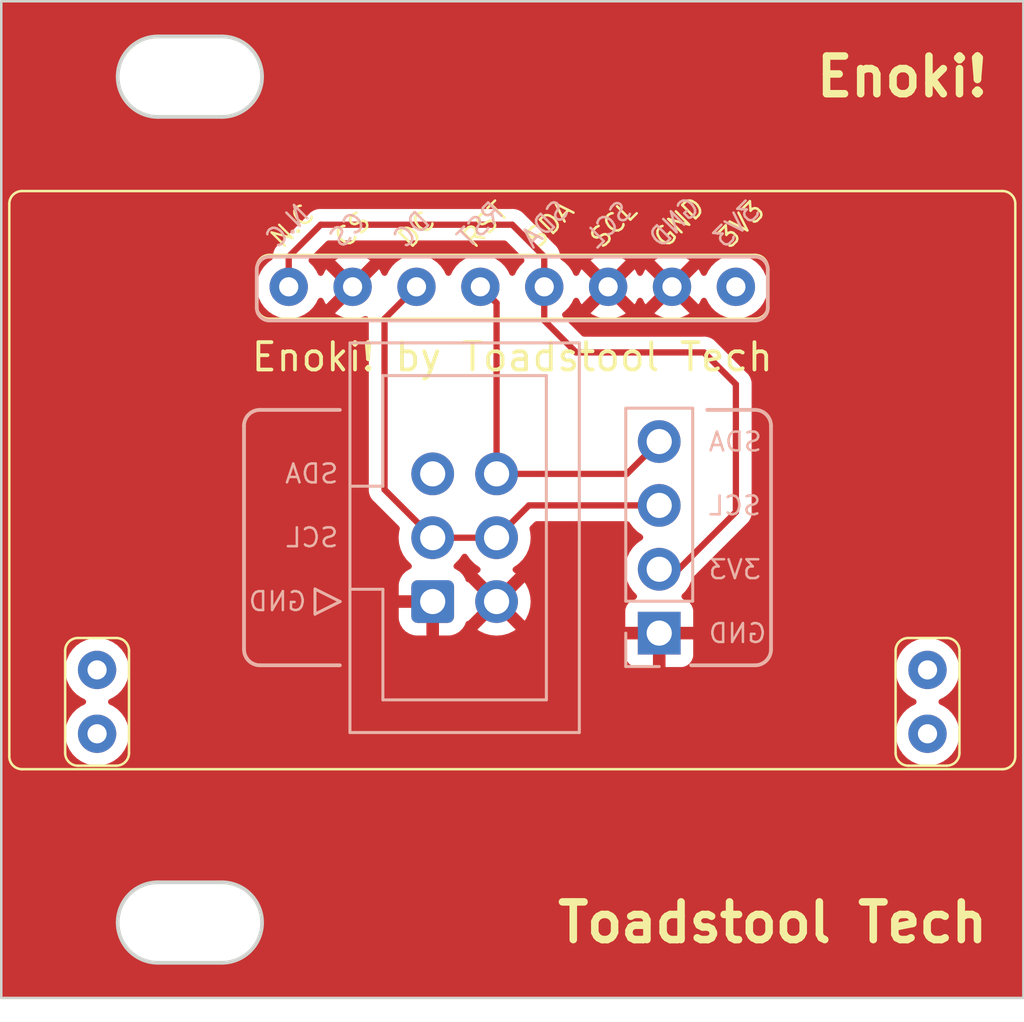
<source format=kicad_pcb>
(kicad_pcb (version 20221018) (generator pcbnew)
  (layers (0 "F.Cu" signal) (31 "B.Cu" signal) (34 "B.Paste" user) (35 "F.Paste" user) (36 "B.SilkS" user "B.Silkscreen") (37 "F.SilkS" user "F.Silkscreen") (38 "B.Mask" user) (39 "F.Mask" user) (44 "Edge.Cuts" user))
  (net 0 "")
  (net 1 "+3V3")
  (net 2 "GND")
  (net 3 "/SCL")
  (net 4 "/SDA")
  (footprint "allen-synthesis:toadstool-tech-enoki-oled" (layer "F.Cu") (at 20.32 11.36)
    (fp_text reference "enoki1" hide)
    (fp_text value "~")
    (fp_text user "GND" (at 6.096 -1.397 45 unlocked) (layer "F.SilkS") (effects (font (size 0.75 0.75) (thickness 0.1)) (justify left bottom)))
    (fp_text user "CS" (at -6.604 -1.397 45 unlocked) (layer "F.SilkS") (effects (font (size 0.75 0.75) (thickness 0.1)) (justify left bottom)))
    (fp_text user "N.C" (at -9.144 -1.397 45 unlocked) (layer "F.SilkS") (effects (font (size 0.75 0.75) (thickness 0.09375)) (justify left bottom)))
    (fp_text user "Enoki! by Toadstool Tech" (at 0 2.794 unlocked) (layer "F.SilkS") (effects (font (size 1.09 1.09))))
    (fp_text user "SDA" (at 1.016 -1.397 45 unlocked) (layer "F.SilkS") (effects (font (size 0.75 0.75) (thickness 0.1)) (justify left bottom)))
    (fp_text user "RST" (at -1.524 -1.397 45 unlocked) (layer "F.SilkS") (effects (font (size 0.75 0.75) (thickness 0.1)) (justify left bottom)))
    (fp_text user "DC" (at -4.064 -1.397 45 unlocked) (layer "F.SilkS") (effects (font (size 0.75 0.75) (thickness 0.1)) (justify left bottom)))
    (fp_text user "SCL" (at 3.556 -1.397 45 unlocked) (layer "F.SilkS") (effects (font (size 0.75 0.75) (thickness 0.1)) (justify left bottom)))
    (fp_text user "3V3" (at 8.636 -1.397 45 unlocked) (layer "F.SilkS") (effects (font (size 0.75 0.75) (thickness 0.1)) (justify left bottom)))
    (fp_line (start -20 18.682) (end -20 -3.302) (stroke (width 0.1)) (layer "F.SilkS"))
    (fp_line (start -19.492 -3.81) (end 19.492 -3.81) (stroke (width 0.1)) (layer "F.SilkS"))
    (fp_line (start -17.78 18.542) (end -17.78 14.478) (stroke (width 0.1)) (layer "F.SilkS"))
    (fp_line (start -17.272 13.97) (end -15.748 13.97) (stroke (width 0.1)) (layer "F.SilkS"))
    (fp_line (start -15.748 19.05) (end -17.272 19.05) (stroke (width 0.1)) (layer "F.SilkS"))
    (fp_line (start -15.24 14.478) (end -15.24 18.542) (stroke (width 0.1)) (layer "F.SilkS"))
    (fp_line (start -10.16 0.762) (end -10.16 -0.762) (stroke (width 0.1)) (layer "F.SilkS"))
    (fp_line (start -9.652 -1.27) (end 9.652 -1.27) (stroke (width 0.1)) (layer "F.SilkS"))
    (fp_line (start 9.652 1.27) (end -9.652 1.27) (stroke (width 0.1)) (layer "F.SilkS"))
    (fp_line (start 10.16 -0.762) (end 10.16 0.762) (stroke (width 0.1)) (layer "F.SilkS"))
    (fp_line (start 15.24 18.542) (end 15.24 14.478) (stroke (width 0.1)) (layer "F.SilkS"))
    (fp_line (start 15.748 13.97) (end 17.272 13.97) (stroke (width 0.1)) (layer "F.SilkS"))
    (fp_line (start 15.748 19.05) (end 17.272 19.05) (stroke (width 0.1)) (layer "F.SilkS"))
    (fp_line (start 17.78 14.478) (end 17.78 18.542) (stroke (width 0.1)) (layer "F.SilkS"))
    (fp_line (start 19.492 19.19) (end -19.492 19.19) (stroke (width 0.1)) (layer "F.SilkS"))
    (fp_line (start 20 -3.302) (end 20 18.682) (stroke (width 0.1)) (layer "F.SilkS"))
    (fp_arc (start -20 -3.302) (mid -19.85121 -3.66121) (end -19.492 -3.81) (stroke (width 0.1)) (layer "F.SilkS"))
    (fp_arc (start -19.492 19.19) (mid -19.85121 19.04121) (end -20 18.682) (stroke (width 0.1)) (layer "F.SilkS"))
    (fp_arc (start -17.78 14.478) (mid -17.63121 14.11879) (end -17.272 13.97) (stroke (width 0.1)) (layer "F.SilkS"))
    (fp_arc (start -17.272 19.05) (mid -17.63121 18.90121) (end -17.78 18.542) (stroke (width 0.1)) (layer "F.SilkS"))
    (fp_arc (start -15.748 13.97) (mid -15.38879 14.11879) (end -15.24 14.478) (stroke (width 0.1)) (layer "F.SilkS"))
    (fp_arc (start -15.24 18.542) (mid -15.38879 18.90121) (end -15.748 19.05) (stroke (width 0.1)) (layer "F.SilkS"))
    (fp_arc (start -10.16 -0.762) (mid -10.01121 -1.12121) (end -9.652 -1.27) (stroke (width 0.1)) (layer "F.SilkS"))
    (fp_arc (start -9.652 1.27) (mid -10.01121 1.12121) (end -10.16 0.762) (stroke (width 0.1)) (layer "F.SilkS"))
    (fp_arc (start 9.652 -1.27) (mid 10.01121 -1.12121) (end 10.16 -0.762) (stroke (width 0.1)) (layer "F.SilkS"))
    (fp_arc (start 10.16 0.762) (mid 10.01121 1.12121) (end 9.652 1.27) (stroke (width 0.1)) (layer "F.SilkS"))
    (fp_arc (start 15.24 14.478) (mid 15.38879 14.11879) (end 15.748 13.97) (stroke (width 0.1)) (layer "F.SilkS"))
    (fp_arc (start 15.748 19.05) (mid 15.38879 18.90121) (end 15.24 18.542) (stroke (width 0.1)) (layer "F.SilkS"))
    (fp_arc (start 17.272 13.97) (mid 17.63121 14.11879) (end 17.78 14.478) (stroke (width 0.1)) (layer "F.SilkS"))
    (fp_arc (start 17.78 18.542) (mid 17.63121 18.90121) (end 17.272 19.05) (stroke (width 0.1)) (layer "F.SilkS"))
    (fp_arc (start 19.492 -3.81) (mid 19.85121 -3.66121) (end 20 -3.302) (stroke (width 0.1)) (layer "F.SilkS"))
    (fp_arc (start 20 18.682) (mid 19.85121 19.04121) (end 19.492 19.19) (stroke (width 0.1)) (layer "F.SilkS"))
    (pad "1" thru_hole circle (at -8.89 0) (size 1.524 1.524) (drill 0.762) (layers "*.Cu" "*.Mask") (net 1 "+3V3"))
    (pad "2" thru_hole circle (at -6.35 0) (size 1.524 1.524) (drill 0.762) (layers "*.Cu" "*.Mask") (net 2 "GND"))
    (pad "3" thru_hole circle (at -3.81 0) (size 1.524 1.524) (drill 0.762) (layers "*.Cu" "*.Mask") (net 3 "/SCL"))
    (pad "4" thru_hole circle (at -1.27 0) (size 1.524 1.524) (drill 0.762) (layers "*.Cu" "*.Mask") (net 4 "/SDA"))
    (pad "5" thru_hole circle (at 1.27 0) (size 1.524 1.524) (drill 0.762) (layers "*.Cu" "*.Mask") (net 1 "+3V3"))
    (pad "6" thru_hole circle (at 3.81 0) (size 1.524 1.524) (drill 0.762) (layers "*.Cu" "*.Mask") (net 2 "GND"))
    (pad "7" thru_hole circle (at 6.35 0) (size 1.524 1.524) (drill 0.762) (layers "*.Cu" "*.Mask") (net 2 "GND"))
    (pad "8" thru_hole circle (at 8.89 0) (size 1.524 1.524) (drill 0.762) (layers "*.Cu" "*.Mask"))
    (pad "x" thru_hole circle (at -16.51 15.24) (size 1.524 1.524) (drill 0.762) (layers "*.Cu" "*.Mask"))
    (pad "x" thru_hole circle (at -16.51 17.78) (size 1.524 1.524) (drill 0.762) (layers "*.Cu" "*.Mask"))
    (pad "x" thru_hole circle (at 16.51 15.24) (size 1.524 1.524) (drill 0.762) (layers "*.Cu" "*.Mask"))
    (pad "x" thru_hole circle (at 16.51 17.78) (size 1.524 1.524) (drill 0.762) (layers "*.Cu" "*.Mask"))
  )
  (footprint "Connector_IDC:IDC-Header_2x03_P2.54mm_Vertical" (layer "B.Cu") (at 17.1545 23.881)
    (fp_text reference "J2" hide)
    (fp_text value "Monome Header")
    (fp_line (start -4.68 -0.5) (end -3.68 0) (stroke (width 0.12)) (layer "B.SilkS"))
    (fp_line (start -4.68 0.5) (end -4.68 -0.5) (stroke (width 0.12)) (layer "B.SilkS"))
    (fp_line (start -3.68 0) (end -4.68 0.5) (stroke (width 0.12)) (layer "B.SilkS"))
    (fp_line (start -3.29 -10.29) (end -3.29 5.21) (stroke (width 0.12)) (layer "B.SilkS"))
    (fp_line (start -3.29 -0.49) (end -1.98 -0.49) (stroke (width 0.12)) (layer "B.SilkS"))
    (fp_line (start -3.29 5.21) (end 5.83 5.21) (stroke (width 0.12)) (layer "B.SilkS"))
    (fp_line (start -1.98 -8.99) (end -1.98 -4.59) (stroke (width 0.12)) (layer "B.SilkS"))
    (fp_line (start -1.98 -4.59) (end -3.29 -4.59) (stroke (width 0.12)) (layer "B.SilkS"))
    (fp_line (start -1.98 -4.59) (end -1.98 -4.59) (stroke (width 0.12)) (layer "B.SilkS"))
    (fp_line (start -1.98 -0.49) (end -1.98 3.91) (stroke (width 0.12)) (layer "B.SilkS"))
    (fp_line (start -1.98 3.91) (end 4.52 3.91) (stroke (width 0.12)) (layer "B.SilkS"))
    (fp_line (start 4.52 -8.99) (end -1.98 -8.99) (stroke (width 0.12)) (layer "B.SilkS"))
    (fp_line (start 4.52 3.91) (end 4.52 -8.99) (stroke (width 0.12)) (layer "B.SilkS"))
    (fp_line (start 5.83 -10.29) (end -3.29 -10.29) (stroke (width 0.12)) (layer "B.SilkS"))
    (fp_line (start 5.83 5.21) (end 5.83 -10.29) (stroke (width 0.12)) (layer "B.SilkS"))
    (pad "1" thru_hole roundrect (at 0 0) (size 1.7 1.7) (drill 1) (layers "*.Cu" "*.Mask") (roundrect_rratio 0.147059) (net 2 "GND"))
    (pad "2" thru_hole circle (at 2.54 0) (size 1.7 1.7) (drill 1) (layers "*.Cu" "*.Mask") (net 2 "GND"))
    (pad "3" thru_hole circle (at 0 -2.54) (size 1.7 1.7) (drill 1) (layers "*.Cu" "*.Mask") (net 3 "/SCL"))
    (pad "4" thru_hole circle (at 2.54 -2.54) (size 1.7 1.7) (drill 1) (layers "*.Cu" "*.Mask") (net 3 "/SCL"))
    (pad "5" thru_hole circle (at 0 -5.08) (size 1.7 1.7) (drill 1) (layers "*.Cu" "*.Mask") (net 4 "/SDA"))
    (pad "6" thru_hole circle (at 2.54 -5.08) (size 1.7 1.7) (drill 1) (layers "*.Cu" "*.Mask") (net 4 "/SDA"))
  )
  (footprint "Connector_PinHeader_2.54mm:PinHeader_1x04_P2.54mm_Vertical" (layer "B.Cu") (at 26.162 25.136)
    (fp_text reference "J1" hide)
    (fp_text value "EuroPi Header")
    (fp_line (start -1.33 -8.95) (end 1.33 -8.95) (stroke (width 0.12)) (layer "B.SilkS"))
    (fp_line (start -1.33 -1.27) (end -1.33 -8.95) (stroke (width 0.12)) (layer "B.SilkS"))
    (fp_line (start -1.33 -1.27) (end 1.33 -1.27) (stroke (width 0.12)) (layer "B.SilkS"))
    (fp_line (start -1.33 0) (end -1.33 1.33) (stroke (width 0.12)) (layer "B.SilkS"))
    (fp_line (start -1.33 1.33) (end 0 1.33) (stroke (width 0.12)) (layer "B.SilkS"))
    (fp_line (start 1.33 -1.27) (end 1.33 -8.95) (stroke (width 0.12)) (layer "B.SilkS"))
    (pad "1" thru_hole rect (at 0 0) (size 1.7 1.7) (drill 1) (layers "*.Cu" "*.Mask") (net 2 "GND"))
    (pad "2" thru_hole oval (at 0 -2.54) (size 1.7 1.7) (drill 1) (layers "*.Cu" "*.Mask") (net 1 "+3V3"))
    (pad "3" thru_hole oval (at 0 -5.08) (size 1.7 1.7) (drill 1) (layers "*.Cu" "*.Mask") (net 3 "/SCL"))
    (pad "4" thru_hole oval (at 0 -7.62) (size 1.7 1.7) (drill 1) (layers "*.Cu" "*.Mask") (net 4 "/SDA"))
  )
  (gr_line (start 13.462 16.256) (end 10.287 16.256) (stroke (width 0.15)) (layer "B.SilkS"))
  (gr_line (start 10.287 26.416) (end 13.462 26.416) (stroke (width 0.15)) (layer "B.SilkS"))
  (gr_arc (start 10.287 26.416) (mid 9.837987 26.230013) (end 9.652 25.781) (stroke (width 0.15)) (layer "B.SilkS"))
  (gr_line (start 9.652 16.891) (end 9.652 25.781) (stroke (width 0.15)) (layer "B.SilkS"))
  (gr_arc (start 10.16 10.668) (mid 10.30879 10.30879) (end 10.668 10.16) (stroke (width 0.15)) (layer "B.SilkS"))
  (gr_arc (start 29.972 16.256) (mid 30.421013 16.441987) (end 30.607 16.891) (stroke (width 0.15)) (layer "B.SilkS"))
  (gr_line (start 30.48 10.668) (end 30.48 12.192) (stroke (width 0.15)) (layer "B.SilkS"))
  (gr_line (start 10.668 10.16) (end 29.972 10.16) (stroke (width 0.15)) (layer "B.SilkS"))
  (gr_line (start 30.607 16.891) (end 30.607 25.781) (stroke (width 0.15)) (layer "B.SilkS"))
  (gr_arc (start 30.48 12.192) (mid 30.33121 12.55121) (end 29.972 12.7) (stroke (width 0.15)) (layer "B.SilkS"))
  (gr_arc (start 29.972 10.16) (mid 30.33121 10.30879) (end 30.48 10.668) (stroke (width 0.15)) (layer "B.SilkS"))
  (gr_arc (start 30.607 25.781) (mid 30.421013 26.230013) (end 29.972 26.416) (stroke (width 0.15)) (layer "B.SilkS"))
  (gr_line (start 29.972 26.416) (end 27.432 26.416) (stroke (width 0.15)) (layer "B.SilkS"))
  (gr_line (start 29.972 12.7) (end 10.668 12.7) (stroke (width 0.15)) (layer "B.SilkS"))
  (gr_line (start 28.067 16.256) (end 29.972 16.256) (stroke (width 0.15)) (layer "B.SilkS"))
  (gr_arc (start 10.668 12.7) (mid 10.30879 12.55121) (end 10.16 12.192) (stroke (width 0.15)) (layer "B.SilkS"))
  (gr_arc (start 9.652 16.891) (mid 9.837987 16.441987) (end 10.287 16.256) (stroke (width 0.15)) (layer "B.SilkS"))
  (gr_line (start 10.16 12.192) (end 10.16 10.668) (stroke (width 0.15)) (layer "B.SilkS"))
  (gr_rect (start 0 0) (end 40.64 39.65) (stroke (width 0.1)) (fill none) (layer "Edge.Cuts"))
  (gr_arc (start 4.630004 2.999999) (mid 5.098634 1.86863) (end 6.230004 1.400002) (stroke (width 0.15)) (layer "Edge.Cuts"))
  (gr_arc (start 6.230002 4.599997) (mid 5.098633 4.131367) (end 4.630005 2.999997) (stroke (width 0.15)) (layer "Edge.Cuts"))
  (gr_line (start 6.23 1.4) (end 8.77 1.4) (stroke (width 0.15)) (layer "Edge.Cuts"))
  (gr_arc (start 4.630004 36.649999) (mid 5.098634 35.51863) (end 6.230004 35.050002) (stroke (width 0.15)) (layer "Edge.Cuts"))
  (gr_arc (start 8.769998 1.400003) (mid 9.901367 1.868633) (end 10.369995 3.000003) (stroke (width 0.15)) (layer "Edge.Cuts"))
  (gr_line (start 6.23 4.6) (end 8.77 4.6) (stroke (width 0.15)) (layer "Edge.Cuts"))
  (gr_arc (start 8.769999 35.05) (mid 9.901368 35.51863) (end 10.369996 36.65) (stroke (width 0.15)) (layer "Edge.Cuts"))
  (gr_arc (start 10.369996 3.000001) (mid 9.901366 4.13137) (end 8.769996 4.599998) (stroke (width 0.15)) (layer "Edge.Cuts"))
  (gr_arc (start 10.37 36.65) (mid 9.90137 37.781369) (end 8.77 38.249997) (stroke (width 0.15)) (layer "Edge.Cuts"))
  (gr_arc (start 6.230002 38.249997) (mid 5.098633 37.781367) (end 4.630005 36.649997) (stroke (width 0.15)) (layer "Edge.Cuts"))
  (gr_line (start 6.23 35.05) (end 8.77 35.05) (stroke (width 0.15)) (layer "Edge.Cuts"))
  (gr_line (start 6.23 38.25) (end 8.77 38.25) (stroke (width 0.15)) (layer "Edge.Cuts"))
  (gr_text "GND" (at 25.908 9.652 45) (layer "B.SilkS") (effects (font (size 0.75 0.75) (thickness 0.1)) (justify right mirror)))
  (gr_text "SCL" (at 23.368 9.652 45) (layer "B.SilkS") (effects (font (size 0.75 0.75) (thickness 0.1)) (justify right mirror)))
  (gr_text "SDA" (at 28.067 17.526) (layer "B.SilkS") (effects (font (size 0.75 0.75) (thickness 0.1)) (justify right mirror)))
  (gr_text "DC" (at 15.748 9.652 45) (layer "B.SilkS") (effects (font (size 0.75 0.75) (thickness 0.1)) (justify right mirror)))
  (gr_text "GND" (at 12.192 23.876) (layer "B.SilkS") (effects (font (size 0.75 0.75) (thickness 0.1)) (justify left mirror)))
  (gr_text "GND" (at 28.067 25.146) (layer "B.SilkS") (effects (font (size 0.75 0.75) (thickness 0.1)) (justify right mirror)))
  (gr_text "SCL" (at 13.462 21.336) (layer "B.SilkS") (effects (font (size 0.75 0.75) (thickness 0.1)) (justify left mirror)))
  (gr_text "3V3" (at 28.448 9.652 45) (layer "B.SilkS") (effects (font (size 0.75 0.75) (thickness 0.1)) (justify right mirror)))
  (gr_text "RST" (at 18.288 9.652 45) (layer "B.SilkS") (effects (font (size 0.75 0.75) (thickness 0.1)) (justify right mirror)))
  (gr_text "3V3" (at 28.067 22.606) (layer "B.SilkS") (effects (font (size 0.75 0.75) (thickness 0.1)) (justify right mirror)))
  (gr_text "SDA" (at 20.828 9.652 45) (layer "B.SilkS") (effects (font (size 0.75 0.75) (thickness 0.1)) (justify right mirror)))
  (gr_text "SDA" (at 13.462 18.796) (layer "B.SilkS") (effects (font (size 0.75 0.75) (thickness 0.1)) (justify left mirror)))
  (gr_text "CS" (at 13.208 9.652 45) (layer "B.SilkS") (effects (font (size 0.75 0.75) (thickness 0.1)) (justify right mirror)))
  (gr_text "SCL" (at 28.067 20.066) (layer "B.SilkS") (effects (font (size 0.75 0.75) (thickness 0.1)) (justify right mirror)))
  (gr_text "N.C" (at 10.668 9.652 45) (layer "B.SilkS") (effects (font (size 0.75 0.75) (thickness 0.1)) (justify right mirror)))
  (gr_text "Enoki!" (at 39.37 3) (layer "F.SilkS") (effects (font (size 1.5 1.5) (thickness 0.3)) (justify right)))
  (gr_text "Toadstool Tech" (at 39.37 36.65) (layer "F.SilkS") (effects (font (size 1.5 1.5) (thickness 0.3)) (justify right)))
  (segment (start 29.21 20.32) (end 26.934 22.596) (width 0.25) (layer "F.Cu") (net 1))
  (segment (start 21.59 12.7) (end 22.86 13.97) (width 0.25) (layer "F.Cu") (net 1))
  (segment (start 26.934 22.596) (end 26.162 22.596) (width 0.25) (layer "F.Cu") (net 1))
  (segment (start 21.59 10.16) (end 20.32 8.89) (width 0.25) (layer "F.Cu") (net 1))
  (segment (start 21.59 11.36) (end 21.59 12.7) (width 0.25) (layer "F.Cu") (net 1))
  (segment (start 21.59 11.36) (end 21.59 10.16) (width 0.25) (layer "F.Cu") (net 1))
  (segment (start 11.43 10.16) (end 11.43 11.36) (width 0.25) (layer "F.Cu") (net 1))
  (segment (start 22.86 13.97) (end 27.94 13.97) (width 0.25) (layer "F.Cu") (net 1))
  (segment (start 29.21 15.24) (end 29.21 20.32) (width 0.25) (layer "F.Cu") (net 1))
  (segment (start 27.94 13.97) (end 29.21 15.24) (width 0.25) (layer "F.Cu") (net 1))
  (segment (start 20.32 8.89) (end 12.7 8.89) (width 0.25) (layer "F.Cu") (net 1))
  (segment (start 12.7 8.89) (end 11.43 10.16) (width 0.25) (layer "F.Cu") (net 1))
  (segment (start 26.162 20.056) (end 20.9795 20.056) (width 0.25) (layer "F.Cu") (net 3))
  (segment (start 17.1545 21.341) (end 19.6945 21.341) (width 0.25) (layer "F.Cu") (net 3))
  (segment (start 16.51 11.36) (end 15.24 12.63) (width 0.25) (layer "F.Cu") (net 3))
  (segment (start 20.9795 20.056) (end 19.6945 21.341) (width 0.25) (layer "F.Cu") (net 3))
  (segment (start 15.24 19.4265) (end 17.1545 21.341) (width 0.25) (layer "F.Cu") (net 3))
  (segment (start 15.24 12.63) (end 15.24 19.4265) (width 0.25) (layer "F.Cu") (net 3))
  (segment (start 24.877 18.801) (end 19.6945 18.801) (width 0.25) (layer "F.Cu") (net 4))
  (segment (start 26.162 17.516) (end 24.877 18.801) (width 0.25) (layer "F.Cu") (net 4))
  (segment (start 19.6945 18.801) (end 19.6945 12.0045) (width 0.25) (layer "F.Cu") (net 4))
  (segment (start 19.6945 12.0045) (end 19.05 11.36) (width 0.25) (layer "F.Cu") (net 4))
  (zone (net 2) (net_name "GND") (layer "F.Cu") (connect_pads (clearance 0.5)) (min_thickness 0.25) (fill yes (thermal_gap 0.5) (thermal_bridge_width 0.5))
    (polygon (pts (xy 0 0) (xy 40.64 0) (xy 40.64 40.64) (xy 0 40.64)))
  )
)
</source>
